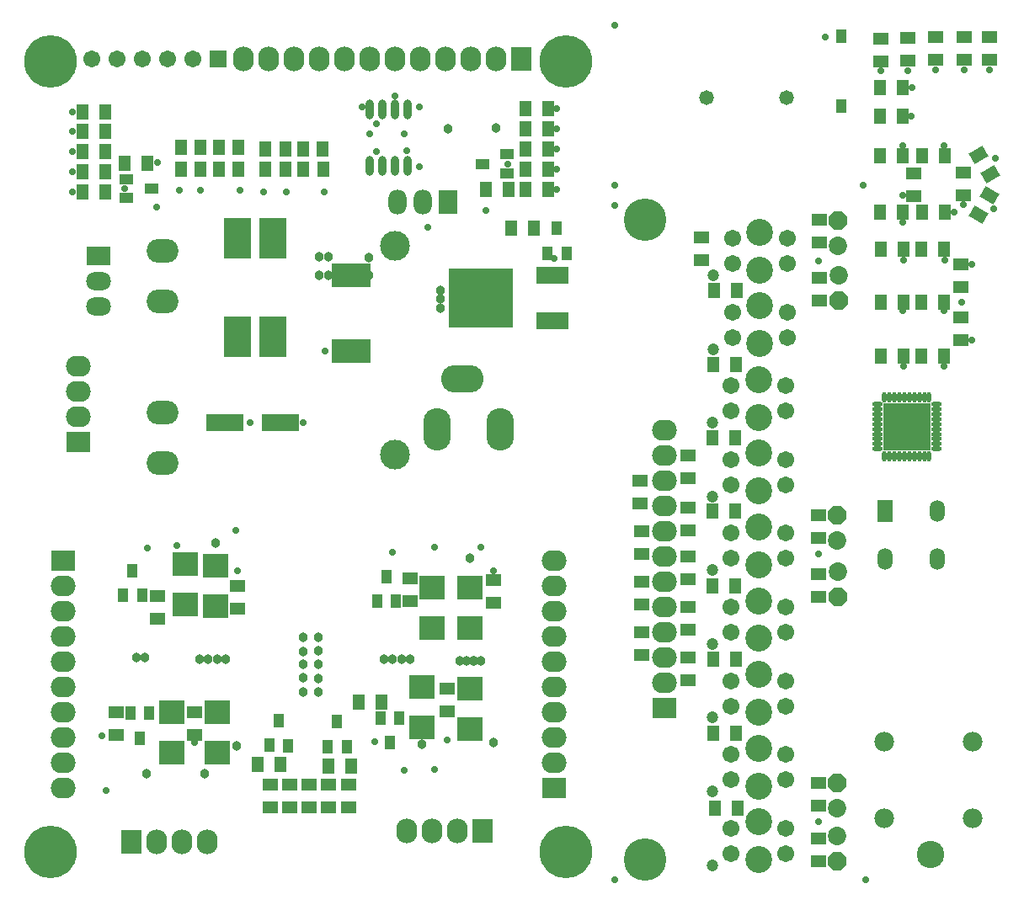
<source format=gbs>
G04*
G04 #@! TF.GenerationSoftware,Altium Limited,Altium Designer,18.1.6 (161)*
G04*
G04 Layer_Color=16711935*
%FSTAX24Y24*%
%MOIN*%
G70*
G01*
G75*
%ADD45O,0.0190X0.0415*%
%ADD46O,0.0415X0.0190*%
%ADD47R,0.1852X0.1852*%
%ADD57R,0.0630X0.0474*%
%ADD58R,0.1458X0.0710*%
%ADD61R,0.0474X0.0630*%
%ADD66R,0.0552X0.0415*%
%ADD67C,0.0780*%
%ADD68P,0.0790X8X292.5*%
%ADD69C,0.0730*%
%ADD70C,0.0671*%
%ADD71C,0.0474*%
%ADD72C,0.1064*%
%ADD73O,0.0980X0.0830*%
%ADD74R,0.0980X0.0830*%
%ADD75O,0.1080X0.1680*%
%ADD76O,0.1680X0.1080*%
%ADD77C,0.1180*%
%ADD78R,0.0730X0.0980*%
%ADD79O,0.0730X0.0980*%
%ADD80R,0.0671X0.0671*%
%ADD81O,0.0830X0.0980*%
%ADD82R,0.0830X0.0980*%
%ADD83O,0.1261X0.0946*%
%ADD84R,0.0980X0.0730*%
%ADD85O,0.0980X0.0730*%
%ADD86C,0.0280*%
%ADD87C,0.0580*%
%ADD88C,0.1680*%
%ADD89C,0.1080*%
%ADD90C,0.0380*%
%ADD91C,0.2080*%
%ADD132O,0.0592X0.0867*%
%ADD133R,0.0592X0.0867*%
%ADD134R,0.0395X0.0552*%
G04:AMPARAMS|DCode=135|XSize=47.4mil|YSize=63mil|CornerRadius=0mil|HoleSize=0mil|Usage=FLASHONLY|Rotation=240.000|XOffset=0mil|YOffset=0mil|HoleType=Round|Shape=Rectangle|*
%AMROTATEDRECTD135*
4,1,4,-0.0154,0.0363,0.0391,0.0048,0.0154,-0.0363,-0.0391,-0.0048,-0.0154,0.0363,0.0*
%
%ADD135ROTATEDRECTD135*%

G04:AMPARAMS|DCode=136|XSize=47.4mil|YSize=63mil|CornerRadius=0mil|HoleSize=0mil|Usage=FLASHONLY|Rotation=120.000|XOffset=0mil|YOffset=0mil|HoleType=Round|Shape=Rectangle|*
%AMROTATEDRECTD136*
4,1,4,0.0391,-0.0048,-0.0154,-0.0363,-0.0391,0.0048,0.0154,0.0363,0.0391,-0.0048,0.0*
%
%ADD136ROTATEDRECTD136*%

%ADD137R,0.1064X0.1596*%
%ADD138O,0.0316X0.0789*%
%ADD139R,0.0415X0.0552*%
%ADD140R,0.0513X0.0630*%
%ADD141R,0.1580X0.0946*%
%ADD142R,0.2521X0.2363*%
%ADD143R,0.1261X0.0710*%
%ADD144R,0.0986X0.0980*%
%ADD145C,0.0340*%
D45*
X121036Y053579D02*
D03*
X120839D02*
D03*
X120642D02*
D03*
X120445D02*
D03*
X120248D02*
D03*
X120052D02*
D03*
X119855D02*
D03*
X119658D02*
D03*
X119461D02*
D03*
X119264D02*
D03*
Y055921D02*
D03*
X119461D02*
D03*
X119658D02*
D03*
X119855D02*
D03*
X120052D02*
D03*
X120248D02*
D03*
X120445D02*
D03*
X120642D02*
D03*
X120839D02*
D03*
X121036D02*
D03*
D46*
X121321Y055636D02*
D03*
Y055439D02*
D03*
Y055242D02*
D03*
Y055045D02*
D03*
Y054848D02*
D03*
Y054652D02*
D03*
Y054455D02*
D03*
Y054258D02*
D03*
Y054061D02*
D03*
Y053864D02*
D03*
X118979D02*
D03*
Y054061D02*
D03*
Y054258D02*
D03*
Y054455D02*
D03*
Y054652D02*
D03*
Y054848D02*
D03*
Y055045D02*
D03*
Y055242D02*
D03*
Y055439D02*
D03*
Y055636D02*
D03*
D47*
X12015Y05475D02*
D03*
D57*
X116683Y062048D02*
D03*
Y062948D02*
D03*
X122274Y058183D02*
D03*
Y059083D02*
D03*
X122275Y061184D02*
D03*
Y060284D02*
D03*
X120432Y063883D02*
D03*
Y064783D02*
D03*
X122375Y0639D02*
D03*
Y0648D02*
D03*
X119125Y069212D02*
D03*
Y070112D02*
D03*
X120175Y069233D02*
D03*
Y070133D02*
D03*
X121275Y069261D02*
D03*
Y070161D02*
D03*
X122424Y069261D02*
D03*
Y070161D02*
D03*
X123425Y069261D02*
D03*
Y070161D02*
D03*
X10965Y0506D02*
D03*
Y0497D02*
D03*
X11665Y048D02*
D03*
Y0489D02*
D03*
X1115Y0536D02*
D03*
Y0527D02*
D03*
X1096Y0526D02*
D03*
Y0517D02*
D03*
X1115Y05155D02*
D03*
Y05065D02*
D03*
Y0496D02*
D03*
Y0487D02*
D03*
X10965Y0486D02*
D03*
Y0477D02*
D03*
X1115Y0476D02*
D03*
Y0467D02*
D03*
X10965Y0466D02*
D03*
Y0457D02*
D03*
X1115Y0456D02*
D03*
Y0447D02*
D03*
X116683Y059748D02*
D03*
Y060648D02*
D03*
X11665Y03755D02*
D03*
Y03845D02*
D03*
Y04065D02*
D03*
Y03975D02*
D03*
X112033Y062248D02*
D03*
Y061348D02*
D03*
X11665Y05125D02*
D03*
Y05035D02*
D03*
X1038Y047775D02*
D03*
Y048675D02*
D03*
X1005Y04875D02*
D03*
Y04785D02*
D03*
X10195Y044375D02*
D03*
Y043475D02*
D03*
X09195Y04345D02*
D03*
Y04255D02*
D03*
X08885Y043425D02*
D03*
Y042525D02*
D03*
X0905Y04715D02*
D03*
Y04805D02*
D03*
X09365Y04755D02*
D03*
Y04845D02*
D03*
X09804Y039673D02*
D03*
Y040573D02*
D03*
X097265Y039673D02*
D03*
Y040573D02*
D03*
X09649Y039673D02*
D03*
Y040573D02*
D03*
X095715Y039673D02*
D03*
Y040573D02*
D03*
X09494Y039673D02*
D03*
Y040573D02*
D03*
D58*
X09535Y0549D02*
D03*
X093145D02*
D03*
D61*
X121616Y057538D02*
D03*
X120716D02*
D03*
X120013D02*
D03*
X119113D02*
D03*
X121616Y059688D02*
D03*
X120716D02*
D03*
X120013D02*
D03*
X119113D02*
D03*
X121635Y061788D02*
D03*
X120735D02*
D03*
X120013D02*
D03*
X119113D02*
D03*
X120003Y063238D02*
D03*
X119103D02*
D03*
X12164D02*
D03*
X12074D02*
D03*
X12164Y065476D02*
D03*
X12074D02*
D03*
X120003Y065483D02*
D03*
X119103D02*
D03*
X120003Y067033D02*
D03*
X119103D02*
D03*
X120003Y068183D02*
D03*
X119103D02*
D03*
X113433Y060148D02*
D03*
X112533D02*
D03*
X1134Y0572D02*
D03*
X1125D02*
D03*
X11335Y0543D02*
D03*
X11245D02*
D03*
X113352Y0514D02*
D03*
X112452D02*
D03*
X11335Y04845D02*
D03*
X11245D02*
D03*
X1134Y04555D02*
D03*
X1125D02*
D03*
X1134Y0426D02*
D03*
X1125D02*
D03*
X11345Y03965D02*
D03*
X11255D02*
D03*
X09935Y043849D02*
D03*
X09845D02*
D03*
X1054Y0626D02*
D03*
X1045D02*
D03*
X1035Y06415D02*
D03*
X1044D02*
D03*
X0901Y065175D02*
D03*
X0892D02*
D03*
X09815Y041323D02*
D03*
X09725D02*
D03*
X09535Y041373D02*
D03*
X09445D02*
D03*
X087525Y0672D02*
D03*
X088425D02*
D03*
X087525Y06645D02*
D03*
X088425D02*
D03*
X087525Y06565D02*
D03*
X088425D02*
D03*
X087525Y06485D02*
D03*
X088425D02*
D03*
X087525Y06405D02*
D03*
X088425D02*
D03*
X10595Y06495D02*
D03*
X10505D02*
D03*
X10595Y06575D02*
D03*
X10505D02*
D03*
X10595Y06735D02*
D03*
X10505D02*
D03*
X10595Y06415D02*
D03*
X10505D02*
D03*
X10595Y06655D02*
D03*
X10505D02*
D03*
D66*
X089258Y063801D02*
D03*
X08926Y064545D02*
D03*
X090242Y064175D02*
D03*
X104334Y065524D02*
D03*
X104332Y06478D02*
D03*
X10335Y06515D02*
D03*
D67*
X12275Y03925D02*
D03*
X11925D02*
D03*
X12275Y042275D02*
D03*
X11925D02*
D03*
D68*
X1174Y051248D02*
D03*
X117413Y048009D02*
D03*
X117445Y059748D02*
D03*
X117433Y062898D02*
D03*
X1174Y03755D02*
D03*
Y04065D02*
D03*
D69*
Y050248D02*
D03*
X117413Y049009D02*
D03*
X117445Y060748D02*
D03*
X117433Y061898D02*
D03*
X1174Y03855D02*
D03*
Y03965D02*
D03*
D70*
X1132Y044689D02*
D03*
Y043689D02*
D03*
X115365Y044689D02*
D03*
Y043689D02*
D03*
X1132Y04177D02*
D03*
Y04077D02*
D03*
X115365Y04177D02*
D03*
Y04077D02*
D03*
X1132Y038852D02*
D03*
Y037852D02*
D03*
X115365Y038852D02*
D03*
Y037852D02*
D03*
X1132Y053444D02*
D03*
Y052444D02*
D03*
X115365Y053444D02*
D03*
Y052444D02*
D03*
X1132Y050526D02*
D03*
Y049526D02*
D03*
X115365Y050526D02*
D03*
Y049526D02*
D03*
X1132Y047607D02*
D03*
Y046607D02*
D03*
X115365Y047607D02*
D03*
Y046607D02*
D03*
X11325Y0622D02*
D03*
Y0612D02*
D03*
X115415Y0622D02*
D03*
Y0612D02*
D03*
X11325Y059281D02*
D03*
Y058281D02*
D03*
X115415Y059281D02*
D03*
Y058281D02*
D03*
X1132Y056363D02*
D03*
Y055363D02*
D03*
X115365Y056363D02*
D03*
Y055363D02*
D03*
X091876Y0693D02*
D03*
X090876D02*
D03*
X089876D02*
D03*
X088876D02*
D03*
X087876D02*
D03*
D71*
X112452Y043224D02*
D03*
Y040306D02*
D03*
Y037387D02*
D03*
Y05198D02*
D03*
Y049061D02*
D03*
Y046143D02*
D03*
X112502Y060735D02*
D03*
Y057817D02*
D03*
X112452Y054898D02*
D03*
D72*
X114283Y043441D02*
D03*
Y044937D02*
D03*
Y040522D02*
D03*
Y042018D02*
D03*
Y037604D02*
D03*
Y0391D02*
D03*
Y052196D02*
D03*
Y053693D02*
D03*
Y049278D02*
D03*
Y050774D02*
D03*
Y046359D02*
D03*
Y047856D02*
D03*
X114333Y060952D02*
D03*
Y062448D02*
D03*
Y058033D02*
D03*
Y05953D02*
D03*
X114283Y055115D02*
D03*
Y056611D02*
D03*
D73*
X11055Y0546D02*
D03*
Y0526D02*
D03*
Y0506D02*
D03*
Y0486D02*
D03*
Y0466D02*
D03*
Y0456D02*
D03*
Y0446D02*
D03*
Y0476D02*
D03*
Y0496D02*
D03*
Y0516D02*
D03*
Y0536D02*
D03*
X1062Y048425D02*
D03*
Y046425D02*
D03*
Y044425D02*
D03*
Y041425D02*
D03*
Y042425D02*
D03*
Y043425D02*
D03*
Y045425D02*
D03*
Y047425D02*
D03*
Y049425D02*
D03*
X08675Y041425D02*
D03*
Y043425D02*
D03*
Y045425D02*
D03*
Y048425D02*
D03*
Y047425D02*
D03*
Y046425D02*
D03*
Y044425D02*
D03*
Y042425D02*
D03*
Y040425D02*
D03*
X08735Y05715D02*
D03*
Y05615D02*
D03*
Y05515D02*
D03*
D74*
X11055Y0436D02*
D03*
X1062Y040425D02*
D03*
X08675Y049425D02*
D03*
X08735Y05415D02*
D03*
D75*
X10155Y05465D02*
D03*
X10405D02*
D03*
D76*
X10255Y05665D02*
D03*
D77*
X0999Y0619D02*
D03*
Y05365D02*
D03*
D78*
X102Y06365D02*
D03*
D79*
X101D02*
D03*
X1D02*
D03*
D80*
X092876Y0693D02*
D03*
D81*
X093875D02*
D03*
X095875D02*
D03*
X097875D02*
D03*
X099875D02*
D03*
X101875D02*
D03*
X102875D02*
D03*
X103875D02*
D03*
X100875D02*
D03*
X098875D02*
D03*
X096875D02*
D03*
X094875D02*
D03*
X10035Y03875D02*
D03*
X10135D02*
D03*
X10235D02*
D03*
X09245Y0383D02*
D03*
X09145D02*
D03*
X09045D02*
D03*
D82*
X104875Y0693D02*
D03*
X10335Y03875D02*
D03*
X08945Y0383D02*
D03*
D83*
X0907Y0597D02*
D03*
Y0617D02*
D03*
Y055297D02*
D03*
Y053297D02*
D03*
D84*
X088163Y0615D02*
D03*
D85*
Y0605D02*
D03*
Y0595D02*
D03*
D86*
X116913Y070183D02*
D03*
X1086Y0643D02*
D03*
X118416D02*
D03*
X1086Y0368D02*
D03*
Y063493D02*
D03*
X118537Y036813D02*
D03*
X1086Y070655D02*
D03*
X119975Y059342D02*
D03*
X120025Y057133D02*
D03*
X121616D02*
D03*
X121625Y059333D02*
D03*
X122725Y058183D02*
D03*
Y061183D02*
D03*
X12164Y061333D02*
D03*
X120007D02*
D03*
X122375Y063533D02*
D03*
X123575Y063383D02*
D03*
X123638Y065383D02*
D03*
X122023Y063238D02*
D03*
X119975Y062825D02*
D03*
X120003Y063905D02*
D03*
X121625Y065886D02*
D03*
X119988D02*
D03*
X120325Y067036D02*
D03*
X12035Y068183D02*
D03*
X123425Y068883D02*
D03*
X122425D02*
D03*
X121275D02*
D03*
X120188Y068833D02*
D03*
X119125D02*
D03*
X122325Y059683D02*
D03*
X11665Y039103D02*
D03*
X116659Y0497D02*
D03*
X11665Y0613D02*
D03*
X09625Y0549D02*
D03*
X097126Y057751D02*
D03*
X1012Y06265D02*
D03*
X09045Y06345D02*
D03*
X09915Y06565D02*
D03*
X1039Y06655D02*
D03*
X099148Y066752D02*
D03*
X0999Y06785D02*
D03*
X10035Y065682D02*
D03*
X0989Y06635D02*
D03*
X10025D02*
D03*
X10085Y06505D02*
D03*
Y0674D02*
D03*
X0986D02*
D03*
X1063Y06735D02*
D03*
X1035Y0633D02*
D03*
X1062Y0614D02*
D03*
X0905Y0652D02*
D03*
X0956Y064033D02*
D03*
X0947D02*
D03*
X0892Y064175D02*
D03*
X10025Y04115D02*
D03*
X09125Y05005D02*
D03*
X08845Y04035D02*
D03*
X0883Y0425D02*
D03*
X10435Y06515D02*
D03*
X1063Y06415D02*
D03*
Y06495D02*
D03*
Y06575D02*
D03*
Y06655D02*
D03*
X087125Y06405D02*
D03*
Y06485D02*
D03*
Y06565D02*
D03*
Y06645D02*
D03*
Y0672D02*
D03*
X097094Y06405D02*
D03*
X09375Y0641D02*
D03*
X09135D02*
D03*
X0922D02*
D03*
X094163Y0549D02*
D03*
X10145Y041175D02*
D03*
Y049975D02*
D03*
X1033D02*
D03*
X0991Y042275D02*
D03*
X1038Y042225D02*
D03*
X10095Y042175D02*
D03*
X10195Y042325D02*
D03*
X1038Y049025D02*
D03*
X0998Y049775D02*
D03*
X0936Y050625D02*
D03*
X09195Y04225D02*
D03*
X09365Y04905D02*
D03*
X0901Y049927D02*
D03*
D87*
X112225Y067789D02*
D03*
X115374Y067789D02*
D03*
D88*
X1098Y0376D02*
D03*
Y06295D02*
D03*
D89*
X1211Y0378D02*
D03*
D90*
X1005Y04555D02*
D03*
X09945D02*
D03*
X09625Y0464D02*
D03*
Y04585D02*
D03*
Y04535D02*
D03*
Y0448D02*
D03*
Y04425D02*
D03*
X09685D02*
D03*
Y044788D02*
D03*
Y045325D02*
D03*
Y045862D02*
D03*
Y0464D02*
D03*
X0932Y04555D02*
D03*
X09215D02*
D03*
X10245Y045475D02*
D03*
X103017D02*
D03*
X1033D02*
D03*
X103875Y066575D02*
D03*
X102Y06655D02*
D03*
X0969Y06075D02*
D03*
X09725D02*
D03*
X09885D02*
D03*
X0969Y061469D02*
D03*
X09885Y061439D02*
D03*
X09725Y061469D02*
D03*
X1017Y06015D02*
D03*
Y0598D02*
D03*
Y05945D02*
D03*
X10015Y04555D02*
D03*
X0998D02*
D03*
X103Y045475D02*
D03*
X102733D02*
D03*
X10285Y049525D02*
D03*
X1038Y042225D02*
D03*
X10095Y042175D02*
D03*
X0928Y05015D02*
D03*
X09235Y041D02*
D03*
X093625Y0421D02*
D03*
X09005Y041D02*
D03*
X08965Y0456D02*
D03*
X09D02*
D03*
X09285Y04555D02*
D03*
X0925D02*
D03*
D91*
X08626Y0692D02*
D03*
X10666D02*
D03*
Y0379D02*
D03*
X08626D02*
D03*
D132*
X1193Y04951D02*
D03*
X121347D02*
D03*
Y0514D02*
D03*
D133*
X1193D02*
D03*
D134*
X11755Y0702D02*
D03*
Y067444D02*
D03*
D135*
X122985Y063143D02*
D03*
X123435Y063923D02*
D03*
D136*
X122999Y065516D02*
D03*
X123449Y064737D02*
D03*
D137*
X093661Y062209D02*
D03*
X095039D02*
D03*
X093661Y058291D02*
D03*
X095039D02*
D03*
D138*
X1004Y065076D02*
D03*
X0999D02*
D03*
X0994D02*
D03*
X0989D02*
D03*
X1004Y0673D02*
D03*
X0999D02*
D03*
X0994D02*
D03*
X0989D02*
D03*
D139*
X0997Y042233D02*
D03*
X10007Y043215D02*
D03*
X099326Y043217D02*
D03*
X0895Y049042D02*
D03*
X08913Y04806D02*
D03*
X089874Y048058D02*
D03*
X097974Y042081D02*
D03*
X09723Y042083D02*
D03*
X0976Y043065D02*
D03*
X09565Y042123D02*
D03*
X094906Y042125D02*
D03*
X095276Y043107D02*
D03*
X1063Y062592D02*
D03*
X10593Y06161D02*
D03*
X106674Y061608D02*
D03*
X099924Y047833D02*
D03*
X09918Y047835D02*
D03*
X09955Y048817D02*
D03*
X089426Y043392D02*
D03*
X09017Y04339D02*
D03*
X0898Y042408D02*
D03*
D140*
X094756Y06574D02*
D03*
X095544D02*
D03*
X094763Y06495D02*
D03*
X09555D02*
D03*
X09625Y06575D02*
D03*
X097037D02*
D03*
X096256Y06494D02*
D03*
X097044D02*
D03*
X091413Y0658D02*
D03*
X0922D02*
D03*
X091413Y06495D02*
D03*
X0922D02*
D03*
X092906Y0658D02*
D03*
X093694D02*
D03*
X092906Y06495D02*
D03*
X093694D02*
D03*
D141*
X09815Y05775D02*
D03*
Y06075D02*
D03*
D142*
X1033Y05985D02*
D03*
D143*
X106127Y05895D02*
D03*
Y06075D02*
D03*
D144*
X10285Y044375D02*
D03*
Y042775D02*
D03*
Y046775D02*
D03*
Y048375D02*
D03*
X10095Y042825D02*
D03*
Y044425D02*
D03*
X10135Y048375D02*
D03*
Y046775D02*
D03*
X09105Y04185D02*
D03*
Y04345D02*
D03*
X09285D02*
D03*
Y04185D02*
D03*
X0916Y0493D02*
D03*
Y0477D02*
D03*
X0928Y04765D02*
D03*
Y04925D02*
D03*
D145*
X119836Y055163D02*
D03*
X120309D02*
D03*
X119836Y054691D02*
D03*
X120309D02*
D03*
M02*

</source>
